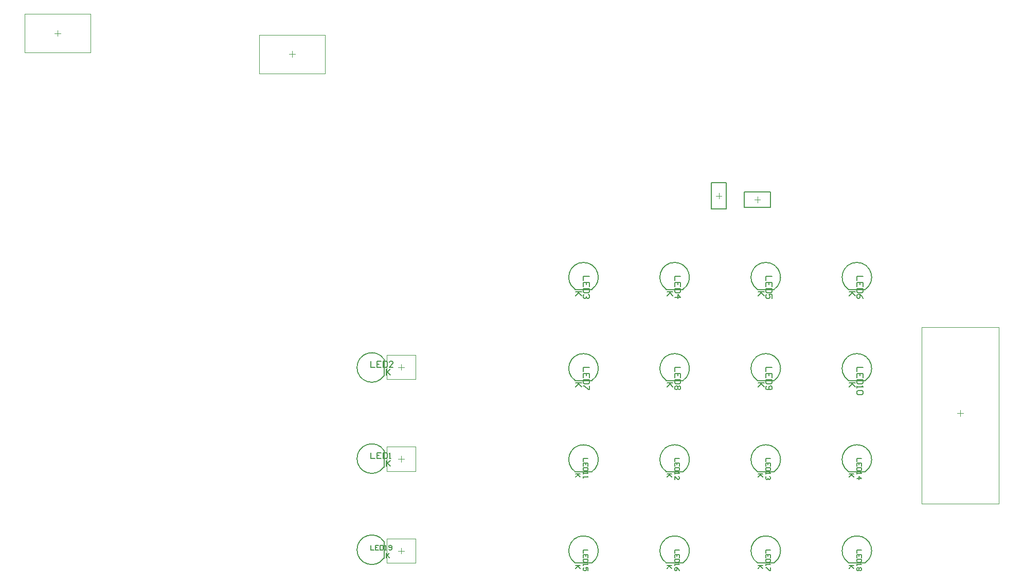
<source format=gbr>
%TF.GenerationSoftware,Altium Limited,Altium Designer,21.6.4 (81)*%
G04 Layer_Color=32768*
%FSLAX43Y43*%
%MOMM*%
%TF.SameCoordinates,51A45B19-5AA5-45A3-BC04-4EA5AD39BA57*%
%TF.FilePolarity,Positive*%
%TF.FileFunction,Other,Mechanical_15*%
%TF.Part,Single*%
G01*
G75*
%TA.AperFunction,NonConductor*%
%ADD40C,0.200*%
%ADD45C,0.152*%
%ADD46C,0.050*%
%ADD47C,0.100*%
D40*
X97159Y46358D02*
G03*
X97139Y43620I-2016J-1355D01*
G01*
X176358Y42841D02*
G03*
X173620Y42861I-1355J2016D01*
G01*
X161358Y42841D02*
G03*
X158620Y42861I-1355J2016D01*
G01*
X146358Y42841D02*
G03*
X143620Y42861I-1355J2016D01*
G01*
X131358Y42841D02*
G03*
X128620Y42861I-1355J2016D01*
G01*
X176358Y57841D02*
G03*
X173620Y57861I-1355J2016D01*
G01*
X161358Y57841D02*
G03*
X158620Y57861I-1355J2016D01*
G01*
X146358Y57841D02*
G03*
X143620Y57861I-1355J2016D01*
G01*
X131358Y57841D02*
G03*
X128620Y57861I-1355J2016D01*
G01*
X176358Y72841D02*
G03*
X173620Y72861I-1355J2016D01*
G01*
X161358Y72841D02*
G03*
X158620Y72861I-1355J2016D01*
G01*
X146358Y72841D02*
G03*
X143620Y72861I-1355J2016D01*
G01*
X131358Y72841D02*
G03*
X128620Y72861I-1355J2016D01*
G01*
X176358Y87841D02*
G03*
X173620Y87861I-1355J2016D01*
G01*
X161358Y87841D02*
G03*
X158620Y87861I-1355J2016D01*
G01*
X146358Y87841D02*
G03*
X143620Y87861I-1355J2016D01*
G01*
X131358Y87841D02*
G03*
X128620Y87861I-1355J2016D01*
G01*
X97159Y61358D02*
G03*
X97139Y58620I-2016J-1355D01*
G01*
X97159Y76358D02*
G03*
X97139Y73620I-2016J-1355D01*
G01*
X156469Y101362D02*
X160777D01*
Y103870D01*
X156469D02*
X160777D01*
X156469Y101362D02*
Y103870D01*
X151019Y101097D02*
Y105405D01*
Y101097D02*
X153527D01*
Y105405D01*
X151019D02*
X153527D01*
X97159Y43621D02*
Y46358D01*
X173621Y42841D02*
X176358D01*
X158621D02*
X161358D01*
X143621D02*
X146358D01*
X128621D02*
X131358D01*
X173621Y57841D02*
X176358D01*
X158621D02*
X161358D01*
X143621D02*
X146358D01*
X128621D02*
X131358D01*
X173621Y72841D02*
X176358D01*
X158621D02*
X161358D01*
X143621D02*
X146358D01*
X128621D02*
X131358D01*
X173621Y87841D02*
X176358D01*
X158621D02*
X161358D01*
X143621D02*
X146358D01*
X128621D02*
X131358D01*
X97159Y58621D02*
Y61358D01*
Y73621D02*
Y76358D01*
D45*
X97540Y44492D02*
Y43730D01*
Y43984D01*
X98048Y44492D01*
X97667Y44111D01*
X98048Y43730D01*
X95000Y45762D02*
Y45000D01*
X95508D01*
X96270Y45762D02*
X95762D01*
Y45000D01*
X96270D01*
X95762Y45381D02*
X96016D01*
X96524Y45762D02*
Y45000D01*
X96904D01*
X97031Y45127D01*
Y45635D01*
X96904Y45762D01*
X96524D01*
X97285Y45000D02*
X97539D01*
X97412D01*
Y45762D01*
X97285Y45635D01*
X97920Y45127D02*
X98047Y45000D01*
X98301D01*
X98428Y45127D01*
Y45635D01*
X98301Y45762D01*
X98047D01*
X97920Y45635D01*
Y45508D01*
X98047Y45381D01*
X98428D01*
X174492Y42460D02*
X173730D01*
X173984D01*
X174492Y41952D01*
X174111Y42333D01*
X173730Y41952D01*
X175762Y45000D02*
X175000D01*
Y44492D01*
X175762Y43730D02*
Y44238D01*
X175000D01*
Y43730D01*
X175381Y44238D02*
Y43984D01*
X175762Y43476D02*
X175000D01*
Y43096D01*
X175127Y42969D01*
X175635D01*
X175762Y43096D01*
Y43476D01*
X175000Y42715D02*
Y42461D01*
Y42588D01*
X175762D01*
X175635Y42715D01*
Y42080D02*
X175762Y41953D01*
Y41699D01*
X175635Y41572D01*
X175508D01*
X175381Y41699D01*
X175254Y41572D01*
X175127D01*
X175000Y41699D01*
Y41953D01*
X175127Y42080D01*
X175254D01*
X175381Y41953D01*
X175508Y42080D01*
X175635D01*
X175381Y41953D02*
Y41699D01*
X159492Y42460D02*
X158730D01*
X158984D01*
X159492Y41952D01*
X159111Y42333D01*
X158730Y41952D01*
X160762Y45000D02*
X160000D01*
Y44492D01*
X160762Y43730D02*
Y44238D01*
X160000D01*
Y43730D01*
X160381Y44238D02*
Y43984D01*
X160762Y43476D02*
X160000D01*
Y43096D01*
X160127Y42969D01*
X160635D01*
X160762Y43096D01*
Y43476D01*
X160000Y42715D02*
Y42461D01*
Y42588D01*
X160762D01*
X160635Y42715D01*
X160762Y42080D02*
Y41572D01*
X160635D01*
X160127Y42080D01*
X160000D01*
X144492Y42460D02*
X143730D01*
X143984D01*
X144492Y41952D01*
X144111Y42333D01*
X143730Y41952D01*
X145762Y45000D02*
X145000D01*
Y44492D01*
X145762Y43730D02*
Y44238D01*
X145000D01*
Y43730D01*
X145381Y44238D02*
Y43984D01*
X145762Y43476D02*
X145000D01*
Y43096D01*
X145127Y42969D01*
X145635D01*
X145762Y43096D01*
Y43476D01*
X145000Y42715D02*
Y42461D01*
Y42588D01*
X145762D01*
X145635Y42715D01*
X145762Y41572D02*
X145635Y41826D01*
X145381Y42080D01*
X145127D01*
X145000Y41953D01*
Y41699D01*
X145127Y41572D01*
X145254D01*
X145381Y41699D01*
Y42080D01*
X129492Y42460D02*
X128730D01*
X128984D01*
X129492Y41952D01*
X129111Y42333D01*
X128730Y41952D01*
X130762Y45000D02*
X130000D01*
Y44492D01*
X130762Y43730D02*
Y44238D01*
X130000D01*
Y43730D01*
X130381Y44238D02*
Y43984D01*
X130762Y43476D02*
X130000D01*
Y43096D01*
X130127Y42969D01*
X130635D01*
X130762Y43096D01*
Y43476D01*
X130000Y42715D02*
Y42461D01*
Y42588D01*
X130762D01*
X130635Y42715D01*
X130762Y41572D02*
Y42080D01*
X130381D01*
X130508Y41826D01*
Y41699D01*
X130381Y41572D01*
X130127D01*
X130000Y41699D01*
Y41953D01*
X130127Y42080D01*
X174492Y57460D02*
X173730D01*
X173984D01*
X174492Y56952D01*
X174111Y57333D01*
X173730Y56952D01*
X175762Y60000D02*
X175000D01*
Y59492D01*
X175762Y58730D02*
Y59238D01*
X175000D01*
Y58730D01*
X175381Y59238D02*
Y58984D01*
X175762Y58476D02*
X175000D01*
Y58096D01*
X175127Y57969D01*
X175635D01*
X175762Y58096D01*
Y58476D01*
X175000Y57715D02*
Y57461D01*
Y57588D01*
X175762D01*
X175635Y57715D01*
X175000Y56699D02*
X175762D01*
X175381Y57080D01*
Y56572D01*
X159492Y57460D02*
X158730D01*
X158984D01*
X159492Y56952D01*
X159111Y57333D01*
X158730Y56952D01*
X160762Y60000D02*
X160000D01*
Y59492D01*
X160762Y58730D02*
Y59238D01*
X160000D01*
Y58730D01*
X160381Y59238D02*
Y58984D01*
X160762Y58476D02*
X160000D01*
Y58096D01*
X160127Y57969D01*
X160635D01*
X160762Y58096D01*
Y58476D01*
X160000Y57715D02*
Y57461D01*
Y57588D01*
X160762D01*
X160635Y57715D01*
Y57080D02*
X160762Y56953D01*
Y56699D01*
X160635Y56572D01*
X160508D01*
X160381Y56699D01*
Y56826D01*
Y56699D01*
X160254Y56572D01*
X160127D01*
X160000Y56699D01*
Y56953D01*
X160127Y57080D01*
X144492Y57460D02*
X143730D01*
X143984D01*
X144492Y56952D01*
X144111Y57333D01*
X143730Y56952D01*
X145762Y60000D02*
X145000D01*
Y59492D01*
X145762Y58730D02*
Y59238D01*
X145000D01*
Y58730D01*
X145381Y59238D02*
Y58984D01*
X145762Y58476D02*
X145000D01*
Y58096D01*
X145127Y57969D01*
X145635D01*
X145762Y58096D01*
Y58476D01*
X145000Y57715D02*
Y57461D01*
Y57588D01*
X145762D01*
X145635Y57715D01*
X145000Y56572D02*
Y57080D01*
X145508Y56572D01*
X145635D01*
X145762Y56699D01*
Y56953D01*
X145635Y57080D01*
X129492Y57460D02*
X128730D01*
X128984D01*
X129492Y56952D01*
X129111Y57333D01*
X128730Y56952D01*
X130762Y60000D02*
X130000D01*
Y59492D01*
X130762Y58730D02*
Y59238D01*
X130000D01*
Y58730D01*
X130381Y59238D02*
Y58984D01*
X130762Y58476D02*
X130000D01*
Y58096D01*
X130127Y57969D01*
X130635D01*
X130762Y58096D01*
Y58476D01*
X130000Y57715D02*
Y57461D01*
Y57588D01*
X130762D01*
X130635Y57715D01*
X130000Y57080D02*
Y56826D01*
Y56953D01*
X130762D01*
X130635Y57080D01*
X174730Y72460D02*
X173730D01*
X174063D01*
X174730Y71794D01*
X174230Y72293D01*
X173730Y71794D01*
X176000Y75000D02*
X175000D01*
Y74334D01*
X176000Y73334D02*
Y74000D01*
X175000D01*
Y73334D01*
X175500Y74000D02*
Y73667D01*
X176000Y73001D02*
X175000D01*
Y72501D01*
X175167Y72334D01*
X175833D01*
X176000Y72501D01*
Y73001D01*
X175000Y72001D02*
Y71668D01*
Y71834D01*
X176000D01*
X175833Y72001D01*
Y71168D02*
X176000Y71001D01*
Y70668D01*
X175833Y70501D01*
X175167D01*
X175000Y70668D01*
Y71001D01*
X175167Y71168D01*
X175833D01*
X159730Y72460D02*
X158730D01*
X159063D01*
X159730Y71794D01*
X159230Y72293D01*
X158730Y71794D01*
X161000Y75000D02*
X160000D01*
Y74334D01*
X161000Y73334D02*
Y74000D01*
X160000D01*
Y73334D01*
X160500Y74000D02*
Y73667D01*
X161000Y73001D02*
X160000D01*
Y72501D01*
X160167Y72334D01*
X160833D01*
X161000Y72501D01*
Y73001D01*
X160167Y72001D02*
X160000Y71834D01*
Y71501D01*
X160167Y71335D01*
X160833D01*
X161000Y71501D01*
Y71834D01*
X160833Y72001D01*
X160666D01*
X160500Y71834D01*
Y71335D01*
X144730Y72460D02*
X143730D01*
X144063D01*
X144730Y71794D01*
X144230Y72293D01*
X143730Y71794D01*
X146000Y75000D02*
X145000D01*
Y74334D01*
X146000Y73334D02*
Y74000D01*
X145000D01*
Y73334D01*
X145500Y74000D02*
Y73667D01*
X146000Y73001D02*
X145000D01*
Y72501D01*
X145167Y72334D01*
X145833D01*
X146000Y72501D01*
Y73001D01*
X145833Y72001D02*
X146000Y71834D01*
Y71501D01*
X145833Y71335D01*
X145666D01*
X145500Y71501D01*
X145333Y71335D01*
X145167D01*
X145000Y71501D01*
Y71834D01*
X145167Y72001D01*
X145333D01*
X145500Y71834D01*
X145666Y72001D01*
X145833D01*
X145500Y71834D02*
Y71501D01*
X129730Y72460D02*
X128730D01*
X129063D01*
X129730Y71794D01*
X129230Y72293D01*
X128730Y71794D01*
X131000Y75000D02*
X130000D01*
Y74334D01*
X131000Y73334D02*
Y74000D01*
X130000D01*
Y73334D01*
X130500Y74000D02*
Y73667D01*
X131000Y73001D02*
X130000D01*
Y72501D01*
X130167Y72334D01*
X130833D01*
X131000Y72501D01*
Y73001D01*
Y72001D02*
Y71335D01*
X130833D01*
X130167Y72001D01*
X130000D01*
X174730Y87460D02*
X173730D01*
X174063D01*
X174730Y86794D01*
X174230Y87293D01*
X173730Y86794D01*
X176000Y90000D02*
X175000D01*
Y89334D01*
X176000Y88334D02*
Y89000D01*
X175000D01*
Y88334D01*
X175500Y89000D02*
Y88667D01*
X176000Y88001D02*
X175000D01*
Y87501D01*
X175167Y87334D01*
X175833D01*
X176000Y87501D01*
Y88001D01*
Y86335D02*
X175833Y86668D01*
X175500Y87001D01*
X175167D01*
X175000Y86834D01*
Y86501D01*
X175167Y86335D01*
X175333D01*
X175500Y86501D01*
Y87001D01*
X159730Y87460D02*
X158730D01*
X159063D01*
X159730Y86794D01*
X159230Y87293D01*
X158730Y86794D01*
X161000Y90000D02*
X160000D01*
Y89334D01*
X161000Y88334D02*
Y89000D01*
X160000D01*
Y88334D01*
X160500Y89000D02*
Y88667D01*
X161000Y88001D02*
X160000D01*
Y87501D01*
X160167Y87334D01*
X160833D01*
X161000Y87501D01*
Y88001D01*
Y86335D02*
Y87001D01*
X160500D01*
X160666Y86668D01*
Y86501D01*
X160500Y86335D01*
X160167D01*
X160000Y86501D01*
Y86834D01*
X160167Y87001D01*
X144730Y87460D02*
X143730D01*
X144063D01*
X144730Y86794D01*
X144230Y87293D01*
X143730Y86794D01*
X146000Y90000D02*
X145000D01*
Y89334D01*
X146000Y88334D02*
Y89000D01*
X145000D01*
Y88334D01*
X145500Y89000D02*
Y88667D01*
X146000Y88001D02*
X145000D01*
Y87501D01*
X145167Y87334D01*
X145833D01*
X146000Y87501D01*
Y88001D01*
X145000Y86501D02*
X146000D01*
X145500Y87001D01*
Y86335D01*
X129730Y87460D02*
X128730D01*
X129063D01*
X129730Y86794D01*
X129230Y87293D01*
X128730Y86794D01*
X131000Y90000D02*
X130000D01*
Y89334D01*
X131000Y88334D02*
Y89000D01*
X130000D01*
Y88334D01*
X130500Y89000D02*
Y88667D01*
X131000Y88001D02*
X130000D01*
Y87501D01*
X130167Y87334D01*
X130833D01*
X131000Y87501D01*
Y88001D01*
X130833Y87001D02*
X131000Y86834D01*
Y86501D01*
X130833Y86335D01*
X130666D01*
X130500Y86501D01*
Y86668D01*
Y86501D01*
X130333Y86335D01*
X130167D01*
X130000Y86501D01*
Y86834D01*
X130167Y87001D01*
X97540Y59730D02*
Y58730D01*
Y59063D01*
X98206Y59730D01*
X97707Y59230D01*
X98206Y58730D01*
X95000Y61000D02*
Y60000D01*
X95666D01*
X96666Y61000D02*
X96000D01*
Y60000D01*
X96666D01*
X96000Y60500D02*
X96333D01*
X96999Y61000D02*
Y60000D01*
X97499D01*
X97666Y60167D01*
Y60833D01*
X97499Y61000D01*
X96999D01*
X97999Y60000D02*
X98332D01*
X98166D01*
Y61000D01*
X97999Y60833D01*
X97540Y74730D02*
Y73730D01*
Y74063D01*
X98206Y74730D01*
X97707Y74230D01*
X98206Y73730D01*
X95000Y76000D02*
Y75000D01*
X95666D01*
X96666Y76000D02*
X96000D01*
Y75000D01*
X96666D01*
X96000Y75500D02*
X96333D01*
X96999Y76000D02*
Y75000D01*
X97499D01*
X97666Y75167D01*
Y75833D01*
X97499Y76000D01*
X96999D01*
X98665Y75000D02*
X97999D01*
X98665Y75666D01*
Y75833D01*
X98499Y76000D01*
X98166D01*
X97999Y75833D01*
D46*
X198350Y52600D02*
Y81600D01*
X185650Y52600D02*
Y81600D01*
X198350D01*
X185650Y52600D02*
X198350D01*
X102375Y42831D02*
Y46831D01*
X97625Y42831D02*
Y46831D01*
X102375D01*
X97625Y42831D02*
X102375D01*
X97625Y57944D02*
X102375D01*
X97625Y61944D02*
X102375D01*
X97625Y57944D02*
Y61944D01*
X102375Y57944D02*
Y61944D01*
X82042Y126073D02*
Y127073D01*
X81542Y126573D02*
X82542D01*
X87492Y123398D02*
Y129748D01*
X76592Y123398D02*
X87492D01*
X76592D02*
Y129748D01*
X87492D01*
X43434Y129500D02*
Y130500D01*
X42934Y130000D02*
X43934D01*
X48884Y126825D02*
Y133175D01*
X37984D02*
X48884D01*
X37984Y126825D02*
Y133175D01*
Y126825D02*
X48884D01*
X102375Y73057D02*
Y77057D01*
X97625Y73057D02*
Y77057D01*
X102375D01*
X97625Y73057D02*
X102375D01*
D47*
X192000Y67000D02*
Y68000D01*
X191500Y67500D02*
X192500D01*
X99500Y44831D02*
X100500D01*
X100000Y44331D02*
Y45331D01*
Y59444D02*
Y60444D01*
X99500Y59944D02*
X100500D01*
X158123Y102616D02*
X159123D01*
X158623Y102116D02*
Y103116D01*
X152273Y102751D02*
Y103751D01*
X151773Y103251D02*
X152773D01*
X99500Y75057D02*
X100500D01*
X100000Y74557D02*
Y75557D01*
%TF.MD5,9ef4007f00ae1444e74c69ad33438709*%
M02*

</source>
